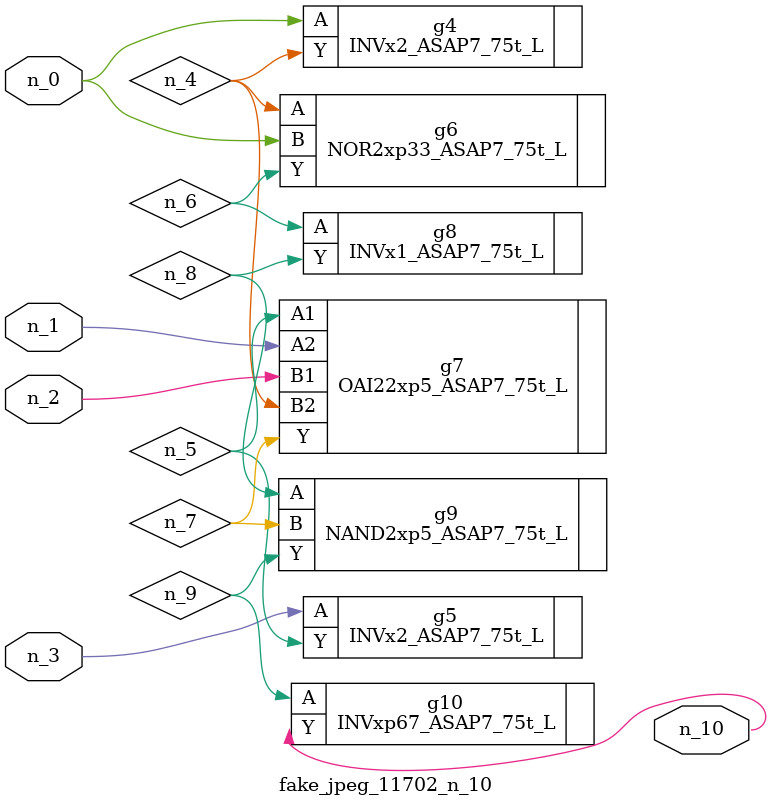
<source format=v>
module fake_jpeg_11702_n_10 (n_0, n_3, n_2, n_1, n_10);

input n_0;
input n_3;
input n_2;
input n_1;

output n_10;

wire n_4;
wire n_8;
wire n_9;
wire n_6;
wire n_5;
wire n_7;

INVx2_ASAP7_75t_L g4 ( 
.A(n_0),
.Y(n_4)
);

INVx2_ASAP7_75t_L g5 ( 
.A(n_3),
.Y(n_5)
);

NOR2xp33_ASAP7_75t_L g6 ( 
.A(n_4),
.B(n_0),
.Y(n_6)
);

INVx1_ASAP7_75t_L g8 ( 
.A(n_6),
.Y(n_8)
);

OAI22xp5_ASAP7_75t_L g7 ( 
.A1(n_5),
.A2(n_1),
.B1(n_2),
.B2(n_4),
.Y(n_7)
);

NAND2xp5_ASAP7_75t_L g9 ( 
.A(n_8),
.B(n_7),
.Y(n_9)
);

INVxp67_ASAP7_75t_L g10 ( 
.A(n_9),
.Y(n_10)
);


endmodule
</source>
